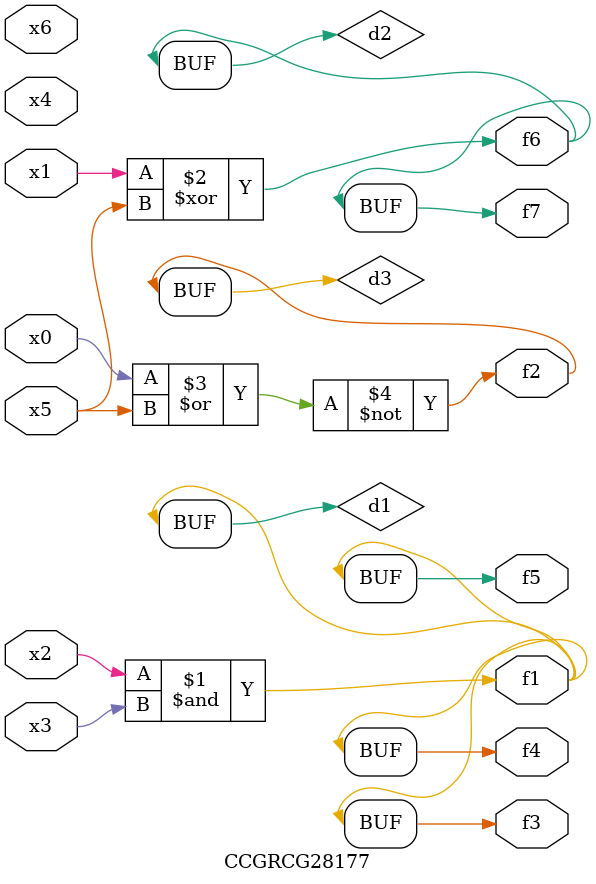
<source format=v>
module CCGRCG28177(
	input x0, x1, x2, x3, x4, x5, x6,
	output f1, f2, f3, f4, f5, f6, f7
);

	wire d1, d2, d3;

	and (d1, x2, x3);
	xor (d2, x1, x5);
	nor (d3, x0, x5);
	assign f1 = d1;
	assign f2 = d3;
	assign f3 = d1;
	assign f4 = d1;
	assign f5 = d1;
	assign f6 = d2;
	assign f7 = d2;
endmodule

</source>
